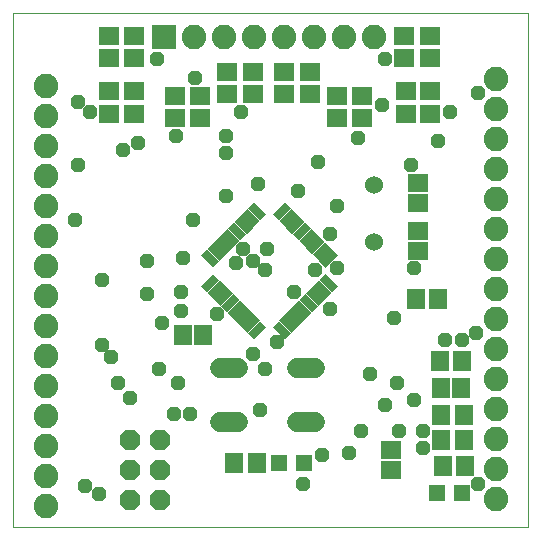
<source format=gts>
G75*
%MOIN*%
%OFA0B0*%
%FSLAX25Y25*%
%IPPOS*%
%LPD*%
%AMOC8*
5,1,8,0,0,1.08239X$1,22.5*
%
%ADD10C,0.00000*%
%ADD11R,0.06706X0.05918*%
%ADD12R,0.05918X0.06706*%
%ADD13OC8,0.06902*%
%ADD14C,0.08200*%
%ADD15R,0.05524X0.05524*%
%ADD16R,0.05800X0.03000*%
%ADD17R,0.03000X0.05800*%
%ADD18C,0.06000*%
%ADD19R,0.05918X0.07099*%
%ADD20C,0.06800*%
%ADD21R,0.08200X0.08200*%
%ADD22R,0.07099X0.05918*%
%ADD23OC8,0.04800*%
D10*
X0001800Y0001800D02*
X0001800Y0173261D01*
X0173501Y0173261D01*
X0173501Y0001800D01*
X0001800Y0001800D01*
D11*
X0127800Y0020954D03*
X0127800Y0027646D03*
X0136800Y0093954D03*
X0136800Y0100646D03*
X0136800Y0109954D03*
X0136800Y0116646D03*
D12*
X0144454Y0048300D03*
X0151146Y0048300D03*
X0065146Y0065800D03*
X0058454Y0065800D03*
D13*
X0050800Y0030800D03*
X0050800Y0020800D03*
X0050800Y0010800D03*
X0040800Y0010800D03*
X0040800Y0020800D03*
X0040800Y0030800D03*
D14*
X0012800Y0028800D03*
X0012800Y0018800D03*
X0012800Y0008800D03*
X0012800Y0038800D03*
X0012800Y0048800D03*
X0012800Y0058800D03*
X0012800Y0068800D03*
X0012800Y0078800D03*
X0012800Y0088800D03*
X0012800Y0098800D03*
X0012800Y0108800D03*
X0012800Y0118800D03*
X0012800Y0128800D03*
X0012800Y0138800D03*
X0012800Y0148800D03*
X0062300Y0165300D03*
X0072300Y0165300D03*
X0082300Y0165300D03*
X0092300Y0165300D03*
X0102300Y0165300D03*
X0112300Y0165300D03*
X0122300Y0165300D03*
X0162800Y0151300D03*
X0162800Y0141300D03*
X0162800Y0131300D03*
X0162800Y0121300D03*
X0162800Y0111300D03*
X0162800Y0101300D03*
X0162800Y0091300D03*
X0162800Y0081300D03*
X0162800Y0071300D03*
X0162800Y0061300D03*
X0162800Y0051300D03*
X0162800Y0041300D03*
X0162800Y0031300D03*
X0162800Y0021300D03*
X0162800Y0011300D03*
D15*
X0151434Y0013300D03*
X0143166Y0013300D03*
X0098934Y0023300D03*
X0090666Y0023300D03*
D16*
G36*
X0080034Y0066566D02*
X0084134Y0070666D01*
X0086256Y0068544D01*
X0082156Y0064444D01*
X0080034Y0066566D01*
G37*
G36*
X0077807Y0068793D02*
X0081907Y0072893D01*
X0084029Y0070771D01*
X0079929Y0066671D01*
X0077807Y0068793D01*
G37*
G36*
X0075580Y0071020D02*
X0079680Y0075120D01*
X0081802Y0072998D01*
X0077702Y0068898D01*
X0075580Y0071020D01*
G37*
G36*
X0073352Y0073247D02*
X0077452Y0077347D01*
X0079574Y0075225D01*
X0075474Y0071125D01*
X0073352Y0073247D01*
G37*
G36*
X0071125Y0075474D02*
X0075225Y0079574D01*
X0077347Y0077452D01*
X0073247Y0073352D01*
X0071125Y0075474D01*
G37*
G36*
X0068898Y0077702D02*
X0072998Y0081802D01*
X0075120Y0079680D01*
X0071020Y0075580D01*
X0068898Y0077702D01*
G37*
G36*
X0066671Y0079929D02*
X0070771Y0084029D01*
X0072893Y0081907D01*
X0068793Y0077807D01*
X0066671Y0079929D01*
G37*
G36*
X0064444Y0082156D02*
X0068544Y0086256D01*
X0070666Y0084134D01*
X0066566Y0080034D01*
X0064444Y0082156D01*
G37*
G36*
X0088344Y0106056D02*
X0092444Y0110156D01*
X0094566Y0108034D01*
X0090466Y0103934D01*
X0088344Y0106056D01*
G37*
G36*
X0090571Y0103829D02*
X0094671Y0107929D01*
X0096793Y0105807D01*
X0092693Y0101707D01*
X0090571Y0103829D01*
G37*
G36*
X0092798Y0101602D02*
X0096898Y0105702D01*
X0099020Y0103580D01*
X0094920Y0099480D01*
X0092798Y0101602D01*
G37*
G36*
X0095026Y0099375D02*
X0099126Y0103475D01*
X0101248Y0101353D01*
X0097148Y0097253D01*
X0095026Y0099375D01*
G37*
G36*
X0097253Y0097148D02*
X0101353Y0101248D01*
X0103475Y0099126D01*
X0099375Y0095026D01*
X0097253Y0097148D01*
G37*
G36*
X0099480Y0094920D02*
X0103580Y0099020D01*
X0105702Y0096898D01*
X0101602Y0092798D01*
X0099480Y0094920D01*
G37*
G36*
X0101707Y0092693D02*
X0105807Y0096793D01*
X0107929Y0094671D01*
X0103829Y0090571D01*
X0101707Y0092693D01*
G37*
G36*
X0103934Y0090466D02*
X0108034Y0094566D01*
X0110156Y0092444D01*
X0106056Y0088344D01*
X0103934Y0090466D01*
G37*
D17*
G36*
X0103934Y0084134D02*
X0106056Y0086256D01*
X0110156Y0082156D01*
X0108034Y0080034D01*
X0103934Y0084134D01*
G37*
G36*
X0101707Y0081907D02*
X0103829Y0084029D01*
X0107929Y0079929D01*
X0105807Y0077807D01*
X0101707Y0081907D01*
G37*
G36*
X0099480Y0079680D02*
X0101602Y0081802D01*
X0105702Y0077702D01*
X0103580Y0075580D01*
X0099480Y0079680D01*
G37*
G36*
X0097253Y0077452D02*
X0099375Y0079574D01*
X0103475Y0075474D01*
X0101353Y0073352D01*
X0097253Y0077452D01*
G37*
G36*
X0095026Y0075225D02*
X0097148Y0077347D01*
X0101248Y0073247D01*
X0099126Y0071125D01*
X0095026Y0075225D01*
G37*
G36*
X0092798Y0072998D02*
X0094920Y0075120D01*
X0099020Y0071020D01*
X0096898Y0068898D01*
X0092798Y0072998D01*
G37*
G36*
X0090571Y0070771D02*
X0092693Y0072893D01*
X0096793Y0068793D01*
X0094671Y0066671D01*
X0090571Y0070771D01*
G37*
G36*
X0088344Y0068544D02*
X0090466Y0070666D01*
X0094566Y0066566D01*
X0092444Y0064444D01*
X0088344Y0068544D01*
G37*
G36*
X0064444Y0092444D02*
X0066566Y0094566D01*
X0070666Y0090466D01*
X0068544Y0088344D01*
X0064444Y0092444D01*
G37*
G36*
X0066671Y0094671D02*
X0068793Y0096793D01*
X0072893Y0092693D01*
X0070771Y0090571D01*
X0066671Y0094671D01*
G37*
G36*
X0068898Y0096898D02*
X0071020Y0099020D01*
X0075120Y0094920D01*
X0072998Y0092798D01*
X0068898Y0096898D01*
G37*
G36*
X0071125Y0099126D02*
X0073247Y0101248D01*
X0077347Y0097148D01*
X0075225Y0095026D01*
X0071125Y0099126D01*
G37*
G36*
X0073352Y0101353D02*
X0075474Y0103475D01*
X0079574Y0099375D01*
X0077452Y0097253D01*
X0073352Y0101353D01*
G37*
G36*
X0075580Y0103580D02*
X0077702Y0105702D01*
X0081802Y0101602D01*
X0079680Y0099480D01*
X0075580Y0103580D01*
G37*
G36*
X0077807Y0105807D02*
X0079929Y0107929D01*
X0084029Y0103829D01*
X0081907Y0101707D01*
X0077807Y0105807D01*
G37*
G36*
X0080034Y0108034D02*
X0082156Y0110156D01*
X0086256Y0106056D01*
X0084134Y0103934D01*
X0080034Y0108034D01*
G37*
D18*
X0122300Y0115800D03*
X0122300Y0096800D03*
D19*
X0136060Y0077800D03*
X0143540Y0077800D03*
X0144060Y0057300D03*
X0151540Y0057300D03*
X0152040Y0039300D03*
X0144560Y0039300D03*
X0144560Y0030800D03*
X0152040Y0030800D03*
X0152540Y0022300D03*
X0145060Y0022300D03*
X0083040Y0023300D03*
X0075560Y0023300D03*
D20*
X0077000Y0036900D02*
X0071000Y0036900D01*
X0071000Y0054700D02*
X0077000Y0054700D01*
X0096600Y0054700D02*
X0102600Y0054700D01*
X0102600Y0036900D02*
X0096600Y0036900D01*
D21*
X0052300Y0165300D03*
D22*
X0042300Y0165540D03*
X0042300Y0158060D03*
X0033800Y0158060D03*
X0033800Y0165540D03*
X0033800Y0147040D03*
X0033800Y0139560D03*
X0042300Y0139560D03*
X0042300Y0147040D03*
X0055800Y0145540D03*
X0055800Y0138060D03*
X0064300Y0138060D03*
X0064300Y0145540D03*
X0073300Y0146060D03*
X0073300Y0153540D03*
X0081800Y0153540D03*
X0081800Y0146060D03*
X0092300Y0146060D03*
X0092300Y0153540D03*
X0100800Y0153540D03*
X0100800Y0146060D03*
X0109800Y0145540D03*
X0109800Y0138060D03*
X0118300Y0138060D03*
X0118300Y0145540D03*
X0132800Y0147040D03*
X0132800Y0139560D03*
X0140800Y0139560D03*
X0140800Y0147040D03*
X0140800Y0158060D03*
X0140800Y0165540D03*
X0132300Y0165540D03*
X0132300Y0158060D03*
D23*
X0125800Y0157800D03*
X0125000Y0142600D03*
X0117000Y0131400D03*
X0103400Y0123400D03*
X0097000Y0113800D03*
X0109800Y0109000D03*
X0107400Y0099400D03*
X0109800Y0088200D03*
X0102600Y0087400D03*
X0095400Y0080200D03*
X0085800Y0087400D03*
X0081800Y0090600D03*
X0078600Y0094600D03*
X0076200Y0089800D03*
X0086600Y0094600D03*
X0073000Y0112200D03*
X0083400Y0116200D03*
X0073000Y0126600D03*
X0073000Y0132200D03*
X0077800Y0140200D03*
X0062600Y0151400D03*
X0049800Y0157800D03*
X0027400Y0140200D03*
X0023400Y0143400D03*
X0038600Y0127400D03*
X0043400Y0129800D03*
X0056200Y0132200D03*
X0061800Y0104200D03*
X0058600Y0091400D03*
X0057800Y0080200D03*
X0057800Y0073800D03*
X0051400Y0069800D03*
X0046600Y0079400D03*
X0046600Y0090600D03*
X0031400Y0084200D03*
X0022600Y0104200D03*
X0023400Y0122600D03*
X0069800Y0073000D03*
X0081800Y0059400D03*
X0085800Y0054600D03*
X0089800Y0063400D03*
X0107400Y0074600D03*
X0129000Y0071400D03*
X0135400Y0088200D03*
X0156200Y0066600D03*
X0151400Y0064200D03*
X0145800Y0064200D03*
X0129800Y0049800D03*
X0135400Y0044200D03*
X0125800Y0042600D03*
X0130600Y0033800D03*
X0138600Y0033800D03*
X0138600Y0028200D03*
X0157000Y0016200D03*
X0121000Y0053000D03*
X0117800Y0033800D03*
X0113800Y0026600D03*
X0105000Y0025800D03*
X0098600Y0016200D03*
X0084200Y0041000D03*
X0061000Y0039400D03*
X0055400Y0039400D03*
X0057000Y0049800D03*
X0050600Y0054600D03*
X0041000Y0045000D03*
X0037000Y0049800D03*
X0034600Y0058600D03*
X0031400Y0062600D03*
X0025800Y0015400D03*
X0030600Y0013000D03*
X0134600Y0122600D03*
X0143400Y0130600D03*
X0147400Y0140200D03*
X0157000Y0146600D03*
M02*

</source>
